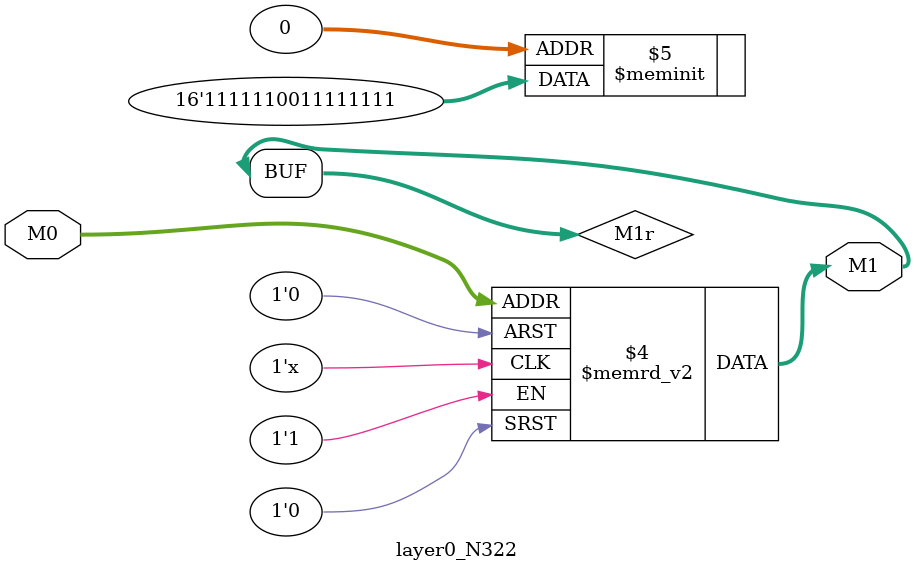
<source format=v>
module layer0_N322 ( input [2:0] M0, output [1:0] M1 );

	(*rom_style = "distributed" *) reg [1:0] M1r;
	assign M1 = M1r;
	always @ (M0) begin
		case (M0)
			3'b000: M1r = 2'b11;
			3'b100: M1r = 2'b00;
			3'b010: M1r = 2'b11;
			3'b110: M1r = 2'b11;
			3'b001: M1r = 2'b11;
			3'b101: M1r = 2'b11;
			3'b011: M1r = 2'b11;
			3'b111: M1r = 2'b11;

		endcase
	end
endmodule

</source>
